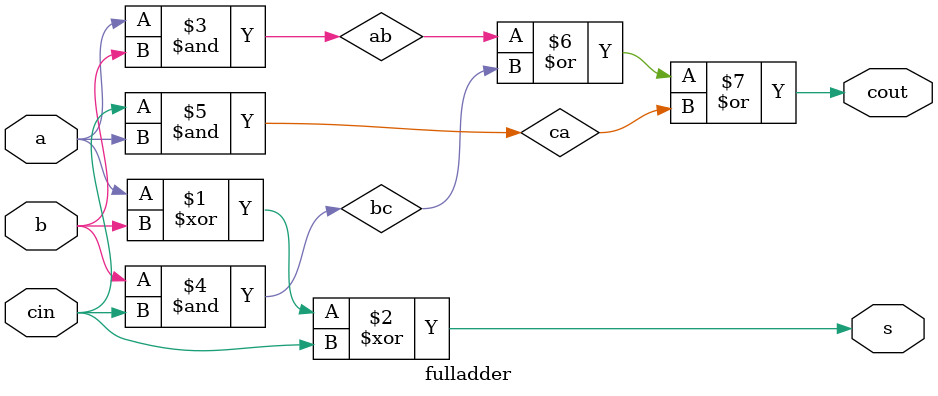
<source format=v>
`timescale 1ns / 1ps


module fulladder(
    input a,
    input b,
    input cin,
    output s,
    output cout
    );
    wire ab,bc,ca;
    assign s =a^b^cin;
    assign ab=a&b;
    assign bc=b&cin;
    assign ca= cin&a;
    assign cout=ab|bc|ca;
endmodule

</source>
